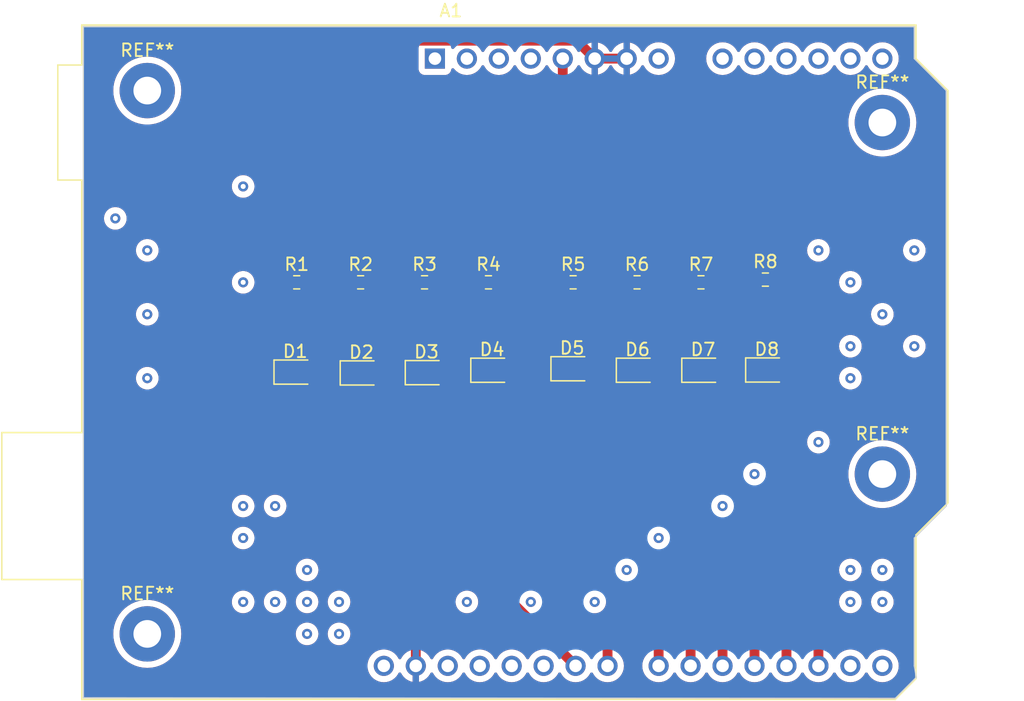
<source format=kicad_pcb>
(kicad_pcb (version 20221018) (generator pcbnew)
  (layers (0 "F.Cu" signal) (31 "B.Cu" signal) (34 "B.Paste" user) (35 "F.Paste" user) (36 "B.SilkS" user "B.Silkscreen") (37 "F.SilkS" user "F.Silkscreen") (38 "B.Mask" user) (39 "F.Mask" user) (44 "Edge.Cuts" user))
  (net 0 "")
  (net 5 "Net-(A1-+5V)")
  (net 6 "GND")
  (net 16 "Net-(A1-D2)")
  (net 17 "Net-(A1-D3)")
  (net 18 "Net-(A1-D4)")
  (net 19 "Net-(A1-D5)")
  (net 20 "Net-(A1-D6)")
  (net 21 "Net-(A1-D7)")
  (net 22 "Net-(A1-D8)")
  (net 23 "Net-(A1-D9)")
  (net 29 "Net-(D1-A)")
  (net 30 "Net-(D2-A)")
  (net 31 "Net-(D3-A)")
  (net 32 "Net-(D4-A)")
  (net 33 "Net-(D5-A)")
  (net 34 "Net-(D6-A)")
  (net 35 "Net-(D7-A)")
  (net 36 "Net-(D8-A)")
  (footprint "Resistor_SMD:R_0603_1608Metric" (layer "F.Cu") (at 171.043817 78.522983)
    (fp_text reference "R8" (at 0 -1.43) (layer "F.SilkS"))
    (fp_text value "100")
    (fp_line (start -0.237258 -0.5225) (end 0.237258 -0.5225) (stroke (width 0.12)) (layer "F.SilkS"))
    (fp_line (start -0.237258 0.5225) (end 0.237258 0.5225) (stroke (width 0.12)) (layer "F.SilkS"))
    (pad "1" smd roundrect (at -0.825 0) (size 0.8 0.95) (layers "F.Cu" "F.Paste" "F.Mask") (net 5 "Net-(A1-+5V)"))
    (pad "2" smd roundrect (at 0.825 0) (size 0.8 0.95) (layers "F.Cu" "F.Paste" "F.Mask") (net 36 "Net-(D8-A)"))
  )
  (footprint "Module:Arduino_UNO_R2" (layer "F.Cu") (at 144.78 60.96)
    (fp_text reference "A1" (at 1.27 -3.81 180) (layer "F.SilkS"))
    (fp_text value "Arduino_UNO_R2")
    (fp_line (start -34.42 29.72) (end -34.42 41.4) (stroke (width 0.12)) (layer "F.SilkS"))
    (fp_line (start -34.42 41.4) (end -28.07 41.4) (stroke (width 0.12)) (layer "F.SilkS"))
    (fp_line (start -29.97 0.51) (end -29.97 9.65) (stroke (width 0.12)) (layer "F.SilkS"))
    (fp_line (start -29.97 9.65) (end -28.07 9.65) (stroke (width 0.12)) (layer "F.SilkS"))
    (fp_line (start -28.07 -2.67) (end -28.07 0.51) (stroke (width 0.12)) (layer "F.SilkS"))
    (fp_line (start -28.07 0.51) (end -29.97 0.51) (stroke (width 0.12)) (layer "F.SilkS"))
    (fp_line (start -28.07 9.65) (end -28.07 29.72) (stroke (width 0.12)) (layer "F.SilkS"))
    (fp_line (start -28.07 29.72) (end -34.42 29.72) (stroke (width 0.12)) (layer "F.SilkS"))
    (fp_line (start -28.07 41.4) (end -28.07 50.93) (stroke (width 0.12)) (layer "F.SilkS"))
    (fp_line (start -28.07 50.93) (end 36.58 50.93) (stroke (width 0.12)) (layer "F.SilkS"))
    (fp_line (start 36.58 50.93) (end 38.23 49.28) (stroke (width 0.12)) (layer "F.SilkS"))
    (fp_line (start 38.23 -2.67) (end -28.07 -2.67) (stroke (width 0.12)) (layer "F.SilkS"))
    (fp_line (start 38.23 0) (end 38.23 -2.67) (stroke (width 0.12)) (layer "F.SilkS"))
    (fp_line (start 38.23 37.85) (end 40.77 35.31) (stroke (width 0.12)) (layer "F.SilkS"))
    (fp_line (start 38.23 49.28) (end 38.23 37.85) (stroke (width 0.12)) (layer "F.SilkS"))
    (fp_line (start 40.77 2.54) (end 38.23 0) (stroke (width 0.12)) (layer "F.SilkS"))
    (fp_line (start 40.77 35.31) (end 40.77 2.54) (stroke (width 0.12)) (layer "F.SilkS"))
    (pad "1" thru_hole rect (at 0 0 90) (size 1.6 1.6) (drill 1) (layers "*.Cu" "*.Mask"))
    (pad "2" thru_hole oval (at 2.54 0 90) (size 1.6 1.6) (drill 1) (layers "*.Cu" "*.Mask"))
    (pad "3" thru_hole oval (at 5.08 0 90) (size 1.6 1.6) (drill 1) (layers "*.Cu" "*.Mask"))
    (pad "4" thru_hole oval (at 7.62 0 90) (size 1.6 1.6) (drill 1) (layers "*.Cu" "*.Mask"))
    (pad "5" thru_hole oval (at 10.16 0 90) (size 1.6 1.6) (drill 1) (layers "*.Cu" "*.Mask") (net 5 "Net-(A1-+5V)"))
    (pad "6" thru_hole oval (at 12.7 0 90) (size 1.6 1.6) (drill 1) (layers "*.Cu" "*.Mask") (net 6 "GND"))
    (pad "7" thru_hole oval (at 15.24 0 90) (size 1.6 1.6) (drill 1) (layers "*.Cu" "*.Mask") (net 6 "GND"))
    (pad "8" thru_hole oval (at 17.78 0 90) (size 1.6 1.6) (drill 1) (layers "*.Cu" "*.Mask"))
    (pad "9" thru_hole oval (at 22.86 0 90) (size 1.6 1.6) (drill 1) (layers "*.Cu" "*.Mask"))
    (pad "10" thru_hole oval (at 25.4 0 90) (size 1.6 1.6) (drill 1) (layers "*.Cu" "*.Mask"))
    (pad "11" thru_hole oval (at 27.94 0 90) (size 1.6 1.6) (drill 1) (layers "*.Cu" "*.Mask"))
    (pad "12" thru_hole oval (at 30.48 0 90) (size 1.6 1.6) (drill 1) (layers "*.Cu" "*.Mask"))
    (pad "13" thru_hole oval (at 33.02 0 90) (size 1.6 1.6) (drill 1) (layers "*.Cu" "*.Mask"))
    (pad "14" thru_hole oval (at 35.56 0 90) (size 1.6 1.6) (drill 1) (layers "*.Cu" "*.Mask"))
    (pad "15" thru_hole oval (at 35.56 48.26 90) (size 1.6 1.6) (drill 1) (layers "*.Cu" "*.Mask"))
    (pad "16" thru_hole oval (at 33.02 48.26 90) (size 1.6 1.6) (drill 1) (layers "*.Cu" "*.Mask"))
    (pad "17" thru_hole oval (at 30.48 48.26 90) (size 1.6 1.6) (drill 1) (layers "*.Cu" "*.Mask") (net 16 "Net-(A1-D2)"))
    (pad "18" thru_hole oval (at 27.94 48.26 90) (size 1.6 1.6) (drill 1) (layers "*.Cu" "*.Mask") (net 17 "Net-(A1-D3)"))
    (pad "19" thru_hole oval (at 25.4 48.26 90) (size 1.6 1.6) (drill 1) (layers "*.Cu" "*.Mask") (net 18 "Net-(A1-D4)"))
    (pad "20" thru_hole oval (at 22.86 48.26 90) (size 1.6 1.6) (drill 1) (layers "*.Cu" "*.Mask") (net 19 "Net-(A1-D5)"))
    (pad "21" thru_hole oval (at 20.32 48.26 90) (size 1.6 1.6) (drill 1) (layers "*.Cu" "*.Mask") (net 20 "Net-(A1-D6)"))
    (pad "22" thru_hole oval (at 17.78 48.26 90) (size 1.6 1.6) (drill 1) (layers "*.Cu" "*.Mask") (net 21 "Net-(A1-D7)"))
    (pad "23" thru_hole oval (at 13.72 48.26 90) (size 1.6 1.6) (drill 1) (layers "*.Cu" "*.Mask") (net 22 "Net-(A1-D8)"))
    (pad "24" thru_hole oval (at 11.18 48.26 90) (size 1.6 1.6) (drill 1) (layers "*.Cu" "*.Mask") (net 23 "Net-(A1-D9)"))
    (pad "25" thru_hole oval (at 8.64 48.26 90) (size 1.6 1.6) (drill 1) (layers "*.Cu" "*.Mask"))
    (pad "26" thru_hole oval (at 6.1 48.26 90) (size 1.6 1.6) (drill 1) (layers "*.Cu" "*.Mask"))
    (pad "27" thru_hole oval (at 3.56 48.26 90) (size 1.6 1.6) (drill 1) (layers "*.Cu" "*.Mask"))
    (pad "28" thru_hole oval (at 1.02 48.26 90) (size 1.6 1.6) (drill 1) (layers "*.Cu" "*.Mask"))
    (pad "29" thru_hole oval (at -1.52 48.26 90) (size 1.6 1.6) (drill 1) (layers "*.Cu" "*.Mask") (net 6 "GND"))
    (pad "30" thru_hole oval (at -4.06 48.26 90) (size 1.6 1.6) (drill 1) (layers "*.Cu" "*.Mask"))
  )
  (footprint "Resistor_SMD:R_0603_1608Metric" (layer "F.Cu") (at 138.875 78.74)
    (fp_text reference "R2" (at 0 -1.43) (layer "F.SilkS"))
    (fp_text value "100")
    (fp_line (start -0.237258 -0.5225) (end 0.237258 -0.5225) (stroke (width 0.12)) (layer "F.SilkS"))
    (fp_line (start -0.237258 0.5225) (end 0.237258 0.5225) (stroke (width 0.12)) (layer "F.SilkS"))
    (pad "1" smd roundrect (at -0.825 0) (size 0.8 0.95) (layers "F.Cu" "F.Paste" "F.Mask") (net 5 "Net-(A1-+5V)"))
    (pad "2" smd roundrect (at 0.825 0) (size 0.8 0.95) (layers "F.Cu" "F.Paste" "F.Mask") (net 30 "Net-(D2-A)"))
  )
  (footprint "LED_SMD:LED_0805_2012Metric" (layer "F.Cu") (at 160.882485 85.726474)
    (fp_text reference "D6" (at 0 -1.65) (layer "F.SilkS"))
    (fp_text value "LED")
    (fp_line (start -1.685 -0.96) (end -1.685 0.96) (stroke (width 0.12)) (layer "F.SilkS"))
    (fp_line (start -1.685 0.96) (end 1 0.96) (stroke (width 0.12)) (layer "F.SilkS"))
    (fp_line (start 1 -0.96) (end -1.685 -0.96) (stroke (width 0.12)) (layer "F.SilkS"))
    (pad "1" smd roundrect (at -0.9375 0) (size 0.975 1.4) (layers "F.Cu" "F.Paste" "F.Mask") (net 18 "Net-(A1-D4)"))
    (pad "2" smd roundrect (at 0.9375 0) (size 0.975 1.4) (layers "F.Cu" "F.Paste" "F.Mask") (net 34 "Net-(D6-A)"))
  )
  (footprint "Resistor_SMD:R_0603_1608Metric" (layer "F.Cu") (at 143.955 78.74)
    (fp_text reference "R3" (at 0 -1.43) (layer "F.SilkS"))
    (fp_text value "100")
    (fp_line (start -0.237258 -0.5225) (end 0.237258 -0.5225) (stroke (width 0.12)) (layer "F.SilkS"))
    (fp_line (start -0.237258 0.5225) (end 0.237258 0.5225) (stroke (width 0.12)) (layer "F.SilkS"))
    (pad "1" smd roundrect (at -0.825 0) (size 0.8 0.95) (layers "F.Cu" "F.Paste" "F.Mask") (net 5 "Net-(A1-+5V)"))
    (pad "2" smd roundrect (at 0.825 0) (size 0.8 0.95) (layers "F.Cu" "F.Paste" "F.Mask") (net 31 "Net-(D3-A)"))
  )
  (footprint "Resistor_SMD:R_0603_1608Metric" (layer "F.Cu") (at 133.795 78.74)
    (fp_text reference "R1" (at 0 -1.43) (layer "F.SilkS"))
    (fp_text value "100")
    (fp_line (start -0.237258 -0.5225) (end 0.237258 -0.5225) (stroke (width 0.12)) (layer "F.SilkS"))
    (fp_line (start -0.237258 0.5225) (end 0.237258 0.5225) (stroke (width 0.12)) (layer "F.SilkS"))
    (pad "1" smd roundrect (at -0.825 0) (size 0.8 0.95) (layers "F.Cu" "F.Paste" "F.Mask") (net 5 "Net-(A1-+5V)"))
    (pad "2" smd roundrect (at 0.825 0) (size 0.8 0.95) (layers "F.Cu" "F.Paste" "F.Mask") (net 29 "Net-(D1-A)"))
  )
  (footprint "LED_SMD:LED_0805_2012Metric" (layer "F.Cu") (at 171.16023 85.708202)
    (fp_text reference "D8" (at 0 -1.65) (layer "F.SilkS"))
    (fp_text value "LED")
    (fp_line (start -1.685 -0.96) (end -1.685 0.96) (stroke (width 0.12)) (layer "F.SilkS"))
    (fp_line (start -1.685 0.96) (end 1 0.96) (stroke (width 0.12)) (layer "F.SilkS"))
    (fp_line (start 1 -0.96) (end -1.685 -0.96) (stroke (width 0.12)) (layer "F.SilkS"))
    (pad "1" smd roundrect (at -0.9375 0) (size 0.975 1.4) (layers "F.Cu" "F.Paste" "F.Mask") (net 16 "Net-(A1-D2)"))
    (pad "2" smd roundrect (at 0.9375 0) (size 0.975 1.4) (layers "F.Cu" "F.Paste" "F.Mask") (net 36 "Net-(D8-A)"))
  )
  (footprint "LED_SMD:LED_0805_2012Metric" (layer "F.Cu") (at 138.937191 85.941907)
    (fp_text reference "D2" (at 0 -1.65) (layer "F.SilkS"))
    (fp_text value "LED")
    (fp_line (start -1.685 -0.96) (end -1.685 0.96) (stroke (width 0.12)) (layer "F.SilkS"))
    (fp_line (start -1.685 0.96) (end 1 0.96) (stroke (width 0.12)) (layer "F.SilkS"))
    (fp_line (start 1 -0.96) (end -1.685 -0.96) (stroke (width 0.12)) (layer "F.SilkS"))
    (pad "1" smd roundrect (at -0.9375 0) (size 0.975 1.4) (layers "F.Cu" "F.Paste" "F.Mask") (net 22 "Net-(A1-D8)"))
    (pad "2" smd roundrect (at 0.9375 0) (size 0.975 1.4) (layers "F.Cu" "F.Paste" "F.Mask") (net 30 "Net-(D2-A)"))
  )
  (footprint "LED_SMD:LED_0805_2012Metric" (layer "F.Cu") (at 149.316884 85.726474)
    (fp_text reference "D4" (at 0 -1.65) (layer "F.SilkS"))
    (fp_text value "LED")
    (fp_line (start -1.685 -0.96) (end -1.685 0.96) (stroke (width 0.12)) (layer "F.SilkS"))
    (fp_line (start -1.685 0.96) (end 1 0.96) (stroke (width 0.12)) (layer "F.SilkS"))
    (fp_line (start 1 -0.96) (end -1.685 -0.96) (stroke (width 0.12)) (layer "F.SilkS"))
    (pad "1" smd roundrect (at -0.9375 0) (size 0.975 1.4) (layers "F.Cu" "F.Paste" "F.Mask") (net 20 "Net-(A1-D6)"))
    (pad "2" smd roundrect (at 0.9375 0) (size 0.975 1.4) (layers "F.Cu" "F.Paste" "F.Mask") (net 32 "Net-(D4-A)"))
  )
  (footprint "MountingHole:MountingHole_2.2mm_M2_Pad" (layer "F.Cu") (at 121.92 63.5)
    (fp_text reference "REF**" (at 0 -3.2) (layer "F.SilkS"))
    (fp_text value "MountingHole_2.2mm_M2_Pad")
    (pad "1" thru_hole circle (at 0 0) (size 4.4 4.4) (drill 2.2) (layers "*.Cu" "*.Mask"))
  )
  (footprint "Resistor_SMD:R_0603_1608Metric" (layer "F.Cu") (at 160.845 78.74)
    (fp_text reference "R6" (at 0 -1.43) (layer "F.SilkS"))
    (fp_text value "100")
    (fp_line (start -0.237258 -0.5225) (end 0.237258 -0.5225) (stroke (width 0.12)) (layer "F.SilkS"))
    (fp_line (start -0.237258 0.5225) (end 0.237258 0.5225) (stroke (width 0.12)) (layer "F.SilkS"))
    (pad "1" smd roundrect (at -0.825 0) (size 0.8 0.95) (layers "F.Cu" "F.Paste" "F.Mask") (net 5 "Net-(A1-+5V)"))
    (pad "2" smd roundrect (at 0.825 0) (size 0.8 0.95) (layers "F.Cu" "F.Paste" "F.Mask") (net 34 "Net-(D6-A)"))
  )
  (footprint "LED_SMD:LED_0805_2012Metric" (layer "F.Cu") (at 155.686524 85.608384)
    (fp_text reference "D5" (at 0 -1.65) (layer "F.SilkS"))
    (fp_text value "LED")
    (fp_line (start -1.685 -0.96) (end -1.685 0.96) (stroke (width 0.12)) (layer "F.SilkS"))
    (fp_line (start -1.685 0.96) (end 1 0.96) (stroke (width 0.12)) (layer "F.SilkS"))
    (fp_line (start 1 -0.96) (end -1.685 -0.96) (stroke (width 0.12)) (layer "F.SilkS"))
    (pad "1" smd roundrect (at -0.9375 0) (size 0.975 1.4) (layers "F.Cu" "F.Paste" "F.Mask") (net 19 "Net-(A1-D5)"))
    (pad "2" smd roundrect (at 0.9375 0) (size 0.975 1.4) (layers "F.Cu" "F.Paste" "F.Mask") (net 33 "Net-(D5-A)"))
  )
  (footprint "LED_SMD:LED_0805_2012Metric" (layer "F.Cu") (at 133.675279 85.872935)
    (fp_text reference "D1" (at 0 -1.65) (layer "F.SilkS"))
    (fp_text value "LED")
    (fp_line (start -1.685 -0.96) (end -1.685 0.96) (stroke (width 0.12)) (layer "F.SilkS"))
    (fp_line (start -1.685 0.96) (end 1 0.96) (stroke (width 0.12)) (layer "F.SilkS"))
    (fp_line (start 1 -0.96) (end -1.685 -0.96) (stroke (width 0.12)) (layer "F.SilkS"))
    (pad "1" smd roundrect (at -0.9375 0) (size 0.975 1.4) (layers "F.Cu" "F.Paste" "F.Mask") (net 23 "Net-(A1-D9)"))
    (pad "2" smd roundrect (at 0.9375 0) (size 0.975 1.4) (layers "F.Cu" "F.Paste" "F.Mask") (net 29 "Net-(D1-A)"))
  )
  (footprint "LED_SMD:LED_0805_2012Metric" (layer "F.Cu") (at 166.085666 85.726474)
    (fp_text reference "D7" (at 0 -1.65) (layer "F.SilkS"))
    (fp_text value "LED")
    (fp_line (start -1.685 -0.96) (end -1.685 0.96) (stroke (width 0.12)) (layer "F.SilkS"))
    (fp_line (start -1.685 0.96) (end 1 0.96) (stroke (width 0.12)) (layer "F.SilkS"))
    (fp_line (start 1 -0.96) (end -1.685 -0.96) (stroke (width 0.12)) (layer "F.SilkS"))
    (pad "1" smd roundrect (at -0.9375 0) (size 0.975 1.4) (layers "F.Cu" "F.Paste" "F.Mask") (net 17 "Net-(A1-D3)"))
    (pad "2" smd roundrect (at 0.9375 0) (size 0.975 1.4) (layers "F.Cu" "F.Paste" "F.Mask") (net 35 "Net-(D7-A)"))
  )
  (footprint "Resistor_SMD:R_0603_1608Metric" (layer "F.Cu") (at 155.765 78.74)
    (fp_text reference "R5" (at 0 -1.43) (layer "F.SilkS"))
    (fp_text value "100")
    (fp_line (start -0.237258 -0.5225) (end 0.237258 -0.5225) (stroke (width 0.12)) (layer "F.SilkS"))
    (fp_line (start -0.237258 0.5225) (end 0.237258 0.5225) (stroke (width 0.12)) (layer "F.SilkS"))
    (pad "1" smd roundrect (at -0.825 0) (size 0.8 0.95) (layers "F.Cu" "F.Paste" "F.Mask") (net 5 "Net-(A1-+5V)"))
    (pad "2" smd roundrect (at 0.825 0) (size 0.8 0.95) (layers "F.Cu" "F.Paste" "F.Mask") (net 33 "Net-(D5-A)"))
  )
  (footprint "LED_SMD:LED_0805_2012Metric" (layer "F.Cu") (at 144.108693 85.91814)
    (fp_text reference "D3" (at 0 -1.65) (layer "F.SilkS"))
    (fp_text value "LED")
    (fp_line (start -1.685 -0.96) (end -1.685 0.96) (stroke (width 0.12)) (layer "F.SilkS"))
    (fp_line (start -1.685 0.96) (end 1 0.96) (stroke (width 0.12)) (layer "F.SilkS"))
    (fp_line (start 1 -0.96) (end -1.685 -0.96) (stroke (width 0.12)) (layer "F.SilkS"))
    (pad "1" smd roundrect (at -0.9375 0) (size 0.975 1.4) (layers "F.Cu" "F.Paste" "F.Mask") (net 21 "Net-(A1-D7)"))
    (pad "2" smd roundrect (at 0.9375 0) (size 0.975 1.4) (layers "F.Cu" "F.Paste" "F.Mask") (net 31 "Net-(D3-A)"))
  )
  (footprint "Resistor_SMD:R_0603_1608Metric" (layer "F.Cu") (at 165.925 78.74)
    (fp_text reference "R7" (at 0 -1.43) (layer "F.SilkS"))
    (fp_text value "100")
    (fp_line (start -0.237258 -0.5225) (end 0.237258 -0.5225) (stroke (width 0.12)) (layer "F.SilkS"))
    (fp_line (start -0.237258 0.5225) (end 0.237258 0.5225) (stroke (width 0.12)) (layer "F.SilkS"))
    (pad "1" smd roundrect (at -0.825 0) (size 0.8 0.95) (layers "F.Cu" "F.Paste" "F.Mask") (net 5 "Net-(A1-+5V)"))
    (pad "2" smd roundrect (at 0.825 0) (size 0.8 0.95) (layers "F.Cu" "F.Paste" "F.Mask") (net 35 "Net-(D7-A)"))
  )
  (footprint "MountingHole:MountingHole_2.2mm_M2_Pad" (layer "F.Cu") (at 180.34 93.98)
    (fp_text reference "REF**" (at 0 -3.2) (layer "F.SilkS"))
    (fp_text value "MountingHole_2.2mm_M2_Pad")
    (pad "1" thru_hole circle (at 0 0) (size 4.4 4.4) (drill 2.2) (layers "*.Cu" "*.Mask"))
  )
  (footprint "MountingHole:MountingHole_2.2mm_M2_Pad" (layer "F.Cu") (at 180.34 66.04)
    (fp_text reference "REF**" (at 0 -3.2) (layer "F.SilkS"))
    (fp_text value "MountingHole_2.2mm_M2_Pad")
    (pad "1" thru_hole circle (at 0 0) (size 4.4 4.4) (drill 2.2) (layers "*.Cu" "*.Mask"))
  )
  (footprint "Resistor_SMD:R_0603_1608Metric" (layer "F.Cu") (at 149.035 78.74)
    (fp_text reference "R4" (at 0 -1.43) (layer "F.SilkS"))
    (fp_text value "100")
    (fp_line (start -0.237258 -0.5225) (end 0.237258 -0.5225) (stroke (width 0.12)) (layer "F.SilkS"))
    (fp_line (start -0.237258 0.5225) (end 0.237258 0.5225) (stroke (width 0.12)) (layer "F.SilkS"))
    (pad "1" smd roundrect (at -0.825 0) (size 0.8 0.95) (layers "F.Cu" "F.Paste" "F.Mask") (net 5 "Net-(A1-+5V)"))
    (pad "2" smd roundrect (at 0.825 0) (size 0.8 0.95) (layers "F.Cu" "F.Paste" "F.Mask") (net 32 "Net-(D4-A)"))
  )
  (footprint "MountingHole:MountingHole_2.2mm_M2_Pad" (layer "F.Cu") (at 121.92 106.68)
    (fp_text reference "REF**" (at 0 -3.2) (layer "F.SilkS"))
    (fp_text value "MountingHole_2.2mm_M2_Pad")
    (pad "1" thru_hole circle (at 0 0) (size 4.4 4.4) (drill 2.2) (layers "*.Cu" "*.Mask"))
  )
  (gr_line (start 181.36209 111.806458) (end 116.84 111.76) (stroke (width 0.1)) (layer "Edge.Cuts"))
  (gr_line (start 116.84 111.76) (end 116.84 58.42) (stroke (width 0.1)) (layer "Edge.Cuts"))
  (gr_line (start 183.0346 110.133947) (end 181.36209 111.806458) (stroke (width 0.1)) (layer "Edge.Cuts"))
  (gr_line (start 182.88 58.42) (end 182.88 60.96) (stroke (width 0.1)) (layer "Edge.Cuts"))
  (gr_line (start 182.88 99.06) (end 182.88 109.22) (stroke (width 0.1)) (layer "Edge.Cuts"))
  (gr_line (start 182.88 109.22) (end 183.0346 110.133947) (stroke (width 0.1)) (layer "Edge.Cuts"))
  (gr_line (start 185.42 96.52) (end 182.88 99.06) (stroke (width 0.1)) (layer "Edge.Cuts"))
  (gr_line (start 185.42 63.5) (end 185.42 96.52) (stroke (width 0.1)) (layer "Edge.Cuts"))
  (gr_line (start 116.84 58.42) (end 182.88 58.42) (stroke (width 0.1)) (layer "Edge.Cuts"))
  (gr_line (start 182.88 60.96) (end 185.42 63.5) (stroke (width 0.1)) (layer "Edge.Cuts"))
  (gr_text "LED SHIELD\nTRANTINDUY\n2151180\nHCMUT" (at 160.02 68.58) (layer "F.Cu") (effects (font (size 0.8 0.8) (thickness 0.2) bold) (justify left bottom)))
  (via (at 129.54 78.74) (size 0.8) (drill 0.4) (layers "F.Cu" "B.Cu") (net 0))
  (via (at 152.4 104.14) (size 0.8) (drill 0.4) (layers "F.Cu" "B.Cu") (net 0))
  (via (at 121.92 81.28) (size 0.8) (drill 0.4) (layers "F.Cu" "B.Cu") (net 0))
  (via (at 180.34 101.6) (size 0.8) (drill 0.4) (layers "F.Cu" "B.Cu") (net 0))
  (via (at 177.8 78.74) (size 0.8) (drill 0.4) (layers "F.Cu" "B.Cu") (net 0))
  (via (at 129.54 96.52) (size 0.8) (drill 0.4) (layers "F.Cu" "B.Cu") (net 0))
  (via (at 134.62 101.6) (size 0.8) (drill 0.4) (layers "F.Cu" "B.Cu") (net 0))
  (via (at 160.02 101.6) (size 0.8) (drill 0.4) (layers "F.Cu" "B.Cu") (net 0))
  (via (at 129.54 104.14) (size 0.8) (drill 0.4) (layers "F.Cu" "B.Cu") (net 0))
  (via (at 180.34 81.28) (size 0.8) (drill 0.4) (layers "F.Cu" "B.Cu") (net 0))
  (via (at 170.18 93.98) (size 0.8) (drill 0.4) (layers "F.Cu" "B.Cu") (net 0))
  (via (at 177.8 86.36) (size 0.8) (drill 0.4) (layers "F.Cu" "B.Cu") (net 0))
  (via (at 129.54 99.06) (size 0.8) (drill 0.4) (layers "F.Cu" "B.Cu") (net 0))
  (via (at 129.54 71.12) (size 0.8) (drill 0.4) (layers "F.Cu" "B.Cu") (net 0))
  (via (at 157.48 104.14) (size 0.8) (drill 0.4) (layers "F.Cu" "B.Cu") (net 0))
  (via (at 177.8 101.6) (size 0.8) (drill 0.4) (layers "F.Cu" "B.Cu") (net 0))
  (via (at 132.08 104.14) (size 0.8) (drill 0.4) (layers "F.Cu" "B.Cu") (net 0))
  (via (at 182.88 83.82) (size 0.8) (drill 0.4) (layers "F.Cu" "B.Cu") (net 0))
  (via (at 119.38 73.66) (size 0.8) (drill 0.4) (layers "F.Cu" "B.Cu") (net 0))
  (via (at 132.08 104.14) (size 0.8) (drill 0.4) (layers "F.Cu" "B.Cu") (net 0))
  (via (at 134.62 104.14) (size 0.8) (drill 0.4) (layers "F.Cu" "B.Cu") (net 0))
  (via (at 182.88 76.2) (size 0.8) (drill 0.4) (layers "F.Cu" "B.Cu") (net 0))
  (via (at 167.64 96.52) (size 0.8) (drill 0.4) (layers "F.Cu" "B.Cu") (net 0))
  (via (at 137.16 106.68) (size 0.8) (drill 0.4) (layers "F.Cu" "B.Cu") (net 0))
  (via (at 121.92 76.2) (size 0.8) (drill 0.4) (layers "F.Cu" "B.Cu") (net 0))
  (via (at 175.26 76.2) (size 0.8) (drill 0.4) (layers "F.Cu" "B.Cu") (net 0))
  (via (at 121.92 86.36) (size 0.8) (drill 0.4) (layers "F.Cu" "B.Cu") (net 0))
  (via (at 134.62 106.68) (size 0.8) (drill 0.4) (layers "F.Cu" "B.Cu") (net 0))
  (via (at 177.8 83.82) (size 0.8) (drill 0.4) (layers "F.Cu" "B.Cu") (net 0))
  (via (at 175.26 91.44) (size 0.8) (drill 0.4) (layers "F.Cu" "B.Cu") (net 0))
  (via (at 180.34 104.14) (size 0.8) (drill 0.4) (layers "F.Cu" "B.Cu") (net 0))
  (via (at 162.56 99.06) (size 0.8) (drill 0.4) (layers "F.Cu" "B.Cu") (net 0))
  (via (at 177.8 104.14) (size 0.8) (drill 0.4) (layers "F.Cu" "B.Cu") (net 0))
  (via (at 137.16 104.14) (size 0.8) (drill 0.4) (layers "F.Cu" "B.Cu") (net 0))
  (via (at 132.08 96.52) (size 0.8) (drill 0.4) (layers "F.Cu" "B.Cu") (net 0))
  (via (at 147.32 104.14) (size 0.8) (drill 0.4) (layers "F.Cu" "B.Cu") (net 0))
  (segment (start 143.13 78.74) (end 143.13 74.55) (width 0.78) (layer "F.Cu") (net 5))
  (segment (start 143.13 74.55) (end 142.24 73.66) (width 0.78) (layer "F.Cu") (net 5))
  (segment (start 138.05 78.74) (end 138.05 73.692017) (width 0.78) (layer "F.Cu") (net 5))
  (segment (start 160.02 73.66) (end 154.94 73.66) (width 0.78) (layer "F.Cu") (net 5))
  (segment (start 138.05 73.692017) (end 137.987532 73.629549) (width 0.78) (layer "F.Cu") (net 5))
  (segment (start 148.21 74.55) (end 147.32 73.66) (width 0.78) (layer "F.Cu") (net 5))
  (segment (start 137.957081 73.66) (end 134.62 73.66) (width 0.78) (layer "F.Cu") (net 5))
  (segment (start 132.97 78.74) (end 132.97 75.31) (width 0.78) (layer "F.Cu") (net 5))
  (segment (start 170.218817 73.698817) (end 170.18 73.66) (width 0.78) (layer "F.Cu") (net 5))
  (segment (start 132.97 75.31) (end 134.62 73.66) (width 0.78) (layer "F.Cu") (net 5))
  (segment (start 154.94 78.74) (end 154.94 73.66) (width 0.78) (layer "F.Cu") (net 5))
  (segment (start 147.32 73.66) (end 142.24 73.66) (width 0.78) (layer "F.Cu") (net 5))
  (segment (start 148.21 78.74) (end 148.21 74.55) (width 0.78) (layer "F.Cu") (net 5))
  (segment (start 147.32 73.66) (end 154.94 66.04) (width 0.78) (layer "F.Cu") (net 5))
  (segment (start 160.02 78.74) (end 160.02 73.66) (width 0.78) (layer "F.Cu") (net 5))
  (segment (start 170.218817 78.522983) (end 170.218817 73.698817) (width 0.78) (layer "F.Cu") (net 5))
  (segment (start 154.94 73.66) (end 147.32 73.66) (width 0.78) (layer "F.Cu") (net 5))
  (segment (start 154.94 66.04) (end 154.94 60.96) (width 0.78) (layer "F.Cu") (net 5))
  (segment (start 142.24 73.66) (end 138.082017 73.66) (width 0.78) (layer "F.Cu") (net 5))
  (segment (start 138.082017 73.66) (end 138.05 73.692017) (width 0.78) (layer "F.Cu") (net 5))
  (segment (start 137.987532 73.629549) (end 137.957081 73.66) (width 0.78) (layer "F.Cu") (net 5))
  (segment (start 165.1 78.74) (end 165.1 73.66) (width 0.78) (layer "F.Cu") (net 5))
  (segment (start 170.18 73.66) (end 165.1 73.66) (width 0.78) (layer "F.Cu") (net 5))
  (segment (start 165.1 73.66) (end 160.02 73.66) (width 0.78) (layer "F.Cu") (net 5))
  (segment (start 127 66.04) (end 133.504993 59.535007) (width 0.78) (layer "F.Cu") (net 6))
  (segment (start 156.055007 59.535007) (end 157.48 60.96) (width 0.78) (layer "F.Cu") (net 6))
  (segment (start 160.02 60.96) (end 157.48 60.96) (width 0.78) (layer "F.Cu") (net 6))
  (segment (start 127 86.36) (end 127 66.04) (width 0.78) (layer "F.Cu") (net 6))
  (segment (start 143.26 109.22) (end 143.26 102.62) (width 0.78) (layer "F.Cu") (net 6))
  (segment (start 133.504993 59.535007) (end 156.055007 59.535007) (width 0.78) (layer "F.Cu") (net 6))
  (segment (start 143.26 102.62) (end 127 86.36) (width 0.78) (layer "F.Cu") (net 6))
  (segment (start 170.22273 91.39727) (end 170.22273 85.708202) (width 0.78) (layer "F.Cu") (net 16))
  (segment (start 175.26 109.22) (end 175.26 96.52) (width 0.78) (layer "F.Cu") (net 16))
  (segment (start 175.26 96.52) (end 170.18 91.44) (width 0.78) (layer "F.Cu") (net 16))
  (segment (start 170.18 91.44) (end 170.22273 91.39727) (width 0.78) (layer "F.Cu") (net 16))
  (segment (start 165.1 85.77464) (end 165.148166 85.726474) (width 0.78) (layer "F.Cu") (net 17))
  (segment (start 172.72 109.22) (end 172.72 99.06) (width 0.78) (layer "F.Cu") (net 17))
  (segment (start 165.1 91.44) (end 165.1 85.77464) (width 0.78) (layer "F.Cu") (net 17))
  (segment (start 172.72 99.06) (end 165.1 91.44) (width 0.78) (layer "F.Cu") (net 17))
  (segment (start 170.18 109.22) (end 170.18 101.6) (width 0.78) (layer "F.Cu") (net 18))
  (segment (start 170.18 101.6) (end 159.944985 91.364985) (width 0.78) (layer "F.Cu") (net 18))
  (segment (start 159.944985 91.364985) (end 159.944985 85.726474) (width 0.78) (layer "F.Cu") (net 18))
  (segment (start 167.64 109.22) (end 167.64 101.6) (width 0.78) (layer "F.Cu") (net 19))
  (segment (start 154.749024 88.709024) (end 154.749024 85.608384) (width 0.78) (layer "F.Cu") (net 19))
  (segment (start 167.64 101.6) (end 154.749024 88.709024) (width 0.78) (layer "F.Cu") (net 19))
  (segment (start 165.1 109.22) (end 165.1 104.14) (width 0.78) (layer "F.Cu") (net 20))
  (segment (start 165.1 104.14) (end 154.94 93.98) (width 0.78) (layer "F.Cu") (net 20))
  (segment (start 149.86 93.98) (end 148.379384 92.499384) (width 0.78) (layer "F.Cu") (net 20))
  (segment (start 154.94 93.98) (end 149.86 93.98) (width 0.78) (layer "F.Cu") (net 20))
  (segment (start 148.379384 92.499384) (end 148.379384 85.726474) (width 0.78) (layer "F.Cu") (net 20))
  (segment (start 152.4 96.52) (end 151.014071 96.52) (width 0.78) (layer "F.Cu") (net 21))
  (segment (start 162.56 109.22) (end 162.56 106.68) (width 0.78) (layer "F.Cu") (net 21))
  (segment (start 162.56 106.68) (end 152.4 96.52) (width 0.78) (layer "F.Cu") (net 21))
  (segment (start 143.171193 88.677122) (end 143.171193 85.91814) (width 0.78) (layer "F.Cu") (net 21))
  (segment (start 151.014071 96.52) (end 143.171193 88.677122) (width 0.78) (layer "F.Cu") (net 21))
  (segment (start 158.5 109.22) (end 158.5 107.7) (width 0.78) (layer "F.Cu") (net 22))
  (segment (start 158.5 107.7) (end 137.999691 87.199691) (width 0.78) (layer "F.Cu") (net 22))
  (segment (start 137.999691 87.199691) (end 137.999691 85.941907) (width 0.78) (layer "F.Cu") (net 22))
  (segment (start 134.62 91.44) (end 132.737779 89.557779) (width 0.78) (layer "F.Cu") (net 23))
  (segment (start 155.96 109.22) (end 138.18 91.44) (width 0.78) (layer "F.Cu") (net 23))
  (segment (start 138.18 91.44) (end 134.62 91.44) (width 0.78) (layer "F.Cu") (net 23))
  (segment (start 132.737779 89.557779) (end 132.737779 85.872935) (width 0.78) (layer "F.Cu") (net 23))
  (segment (start 134.612779 85.872935) (end 134.612779 78.747221) (width 0.78) (layer "F.Cu") (net 29))
  (segment (start 134.612779 78.747221) (end 134.62 78.74) (width 0.78) (layer "F.Cu") (net 29))
  (segment (start 139.874691 85.941907) (end 139.874691 78.914691) (width 0.78) (layer "F.Cu") (net 30))
  (segment (start 139.874691 78.914691) (end 139.7 78.74) (width 0.78) (layer "F.Cu") (net 30))
  (segment (start 145.046193 85.91814) (end 145.046193 79.006193) (width 0.78) (layer "F.Cu") (net 31))
  (segment (start 145.046193 79.006193) (end 144.78 78.74) (width 0.78) (layer "F.Cu") (net 31))
  (segment (start 150.254384 79.134384) (end 149.86 78.74) (width 0.78) (layer "F.Cu") (net 32))
  (segment (start 150.254384 85.726474) (end 150.254384 79.134384) (width 0.78) (layer "F.Cu") (net 32))
  (segment (start 156.624024 85.608384) (end 156.624024 78.774024) (width 0.78) (layer "F.Cu") (net 33))
  (segment (start 156.624024 78.774024) (end 156.59 78.74) (width 0.78) (layer "F.Cu") (net 33))
  (segment (start 161.819985 78.889985) (end 161.67 78.74) (width 0.78) (layer "F.Cu") (net 34))
  (segment (start 161.819985 85.726474) (end 161.819985 78.889985) (width 0.78) (layer "F.Cu") (net 34))
  (segment (start 167.023166 79.013166) (end 166.75 78.74) (width 0.78) (layer "F.Cu") (net 35))
  (segment (start 167.023166 85.726474) (end 167.023166 79.013166) (width 0.78) (layer "F.Cu") (net 35))
  (segment (start 172.09773 78.751896) (end 171.868817 78.522983) (width 0.78) (layer "F.Cu") (net 36))
  (segment (start 172.09773 85.708202) (end 172.09773 78.751896) (width 0.78) (layer "F.Cu") (net 36))
  (zone (net 6) (net_name "GND") (layers "F&B.Cu") (connect_pads (clearance 0.5)) (min_thickness 0.25) (fill yes (thermal_gap 0.5) (thermal_bridge_width 0.5))
    (polygon (pts (xy 116.84 58.42) (xy 187.96 58.42) (xy 187.96 111.76) (xy 116.84 111.76)))
  )
)
</source>
